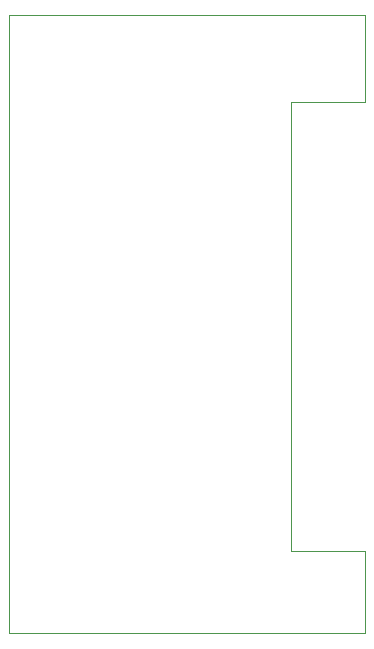
<source format=gm1>
%TF.GenerationSoftware,KiCad,Pcbnew,5.1.7-a382d34a8~87~ubuntu20.04.1*%
%TF.CreationDate,2020-11-05T15:25:51-03:00*%
%TF.ProjectId,Power_Suply,506f7765-725f-4537-9570-6c792e6b6963,1*%
%TF.SameCoordinates,Original*%
%TF.FileFunction,Profile,NP*%
%FSLAX46Y46*%
G04 Gerber Fmt 4.6, Leading zero omitted, Abs format (unit mm)*
G04 Created by KiCad (PCBNEW 5.1.7-a382d34a8~87~ubuntu20.04.1) date 2020-11-05 15:25:51*
%MOMM*%
%LPD*%
G01*
G04 APERTURE LIST*
%TA.AperFunction,Profile*%
%ADD10C,0.050000*%
%TD*%
G04 APERTURE END LIST*
D10*
X50673000Y-64389000D02*
X50673000Y-64643000D01*
X80772000Y-64389000D02*
X50673000Y-64389000D01*
X50673000Y-116713000D02*
X50673000Y-64643000D01*
X80772000Y-71755000D02*
X80772000Y-64389000D01*
X74549000Y-71755000D02*
X80772000Y-71755000D01*
X74549000Y-109728000D02*
X74549000Y-71755000D01*
X80772000Y-109728000D02*
X74549000Y-109728000D01*
X80772000Y-116713000D02*
X80772000Y-109728000D01*
X50673000Y-116713000D02*
X80772000Y-116713000D01*
M02*

</source>
